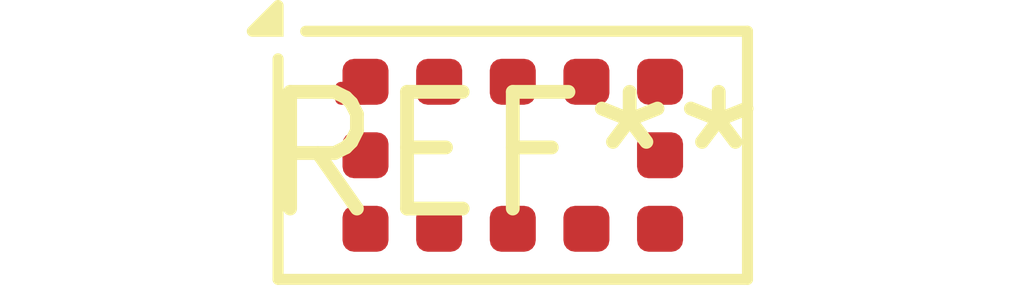
<source format=kicad_pcb>
(kicad_pcb (version 20240108) (generator pcbnew)
  (layers (0 "F.Cu" signal) (31 "B.Cu" signal) (34 "B.Paste" user) (35 "F.Paste" user) (36 "B.SilkS" user "B.Silkscreen") (37 "F.SilkS" user "F.Silkscreen") (38 "B.Mask" user) (39 "F.Mask" user) (44 "Edge.Cuts" user))
  (net 0 "")
  (footprint "ST_VL53L1x" (layer "F.Cu") (at 0 0)
    (property "Reference" "REF**")
    (property "Value" "ST_VL53L1x")
    (fp_line (start -2.55 -1.05) (end -2.55 1.35) (layer "F.SilkS") (stroke (width 0.12)))
    (fp_line (start -2.55 1.35) (end 2.55 1.35) (layer "F.SilkS") (stroke (width 0.12)))
    (fp_line (start 2.55 -1.35) (end -2.25 -1.35) (layer "F.SilkS") (stroke (width 0.12)))
    (fp_line (start 2.55 1.35) (end 2.55 -1.35) (layer "F.SilkS") (stroke (width 0.12)))
    (fp_poly (pts (xy -2.55 -1.35) (xy -2.83 -1.35) (xy -2.55 -1.63) (xy -2.55 -1.35)) (layer "F.SilkS") (stroke (width 0.12)) (fill solid))
    (pad "1" smd roundrect (at -1.74 -0.675) (size 0.38 0.25) (layers "F.Cu" "F.Paste" "F.Mask"))
    (pad "1" smd roundrect (at -1.6 -0.8) (size 0.5 0.5) (layers "F.Cu" "F.Paste" "F.Mask"))
    (pad "2" smd roundrect (at -0.8 -0.8) (size 0.5 0.5) (layers "F.Cu" "F.Paste" "F.Mask"))
    (pad "3" smd roundrect (at 0 -0.8) (size 0.5 0.5) (layers "F.Cu" "F.Paste" "F.Mask"))
    (pad "4" smd roundrect (at 0.8 -0.8) (size 0.5 0.5) (layers "F.Cu" "F.Paste" "F.Mask"))
    (pad "5" smd roundrect (at 1.6 -0.8) (size 0.5 0.5) (layers "F.Cu" "F.Paste" "F.Mask"))
    (pad "6" smd roundrect (at 1.6 0) (size 0.5 0.5) (layers "F.Cu" "F.Paste" "F.Mask"))
    (pad "7" smd roundrect (at 1.6 0.8) (size 0.5 0.5) (layers "F.Cu" "F.Paste" "F.Mask"))
    (pad "8" smd roundrect (at 0.8 0.8) (size 0.5 0.5) (layers "F.Cu" "F.Paste" "F.Mask"))
    (pad "9" smd roundrect (at 0 0.8) (size 0.5 0.5) (layers "F.Cu" "F.Paste" "F.Mask"))
    (pad "10" smd roundrect (at -0.8 0.8) (size 0.5 0.5) (layers "F.Cu" "F.Paste" "F.Mask"))
    (pad "11" smd roundrect (at -1.6 0.8) (size 0.5 0.5) (layers "F.Cu" "F.Paste" "F.Mask"))
    (pad "12" smd roundrect (at -1.6 0) (size 0.5 0.5) (layers "F.Cu" "F.Paste" "F.Mask"))
  )
)
</source>
